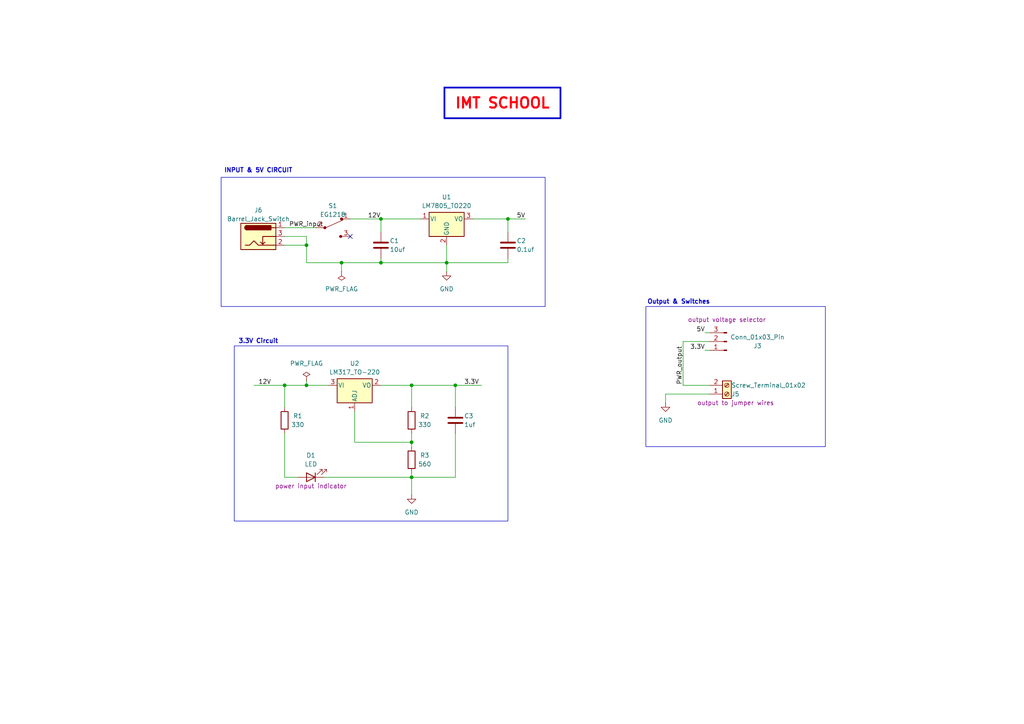
<source format=kicad_sch>
(kicad_sch (version 20231120) (generator "eeschema") (generator_version "8.0")
  (paper "A4")
  (title_block (title "Configurable Power Supply") (date "2024-12-12") (rev "2.0"))
  (lib_symbols
    (symbol "Connector:Barrel_Jack_Switch" (pin_names hide)
      (property "Reference" "J" (at 0 5.334 0))
      (property "Value" "Barrel_Jack_Switch" (at 0 -5.08 0))
      (symbol "Barrel_Jack_Switch_0_1"
        (rectangle (start -5.08 3.81) (end 5.08 -3.81) (stroke (width 0.254)) (fill (type background)))
        (arc (start -3.302 3.175) (mid -3.9343 2.54) (end -3.302 1.905) (stroke (width 0.254)))
        (arc (start -3.302 3.175) (mid -3.9343 2.54) (end -3.302 1.905) (stroke (width 0.254)) (fill (type outline)))
        (polyline (pts (xy 1.27 -2.286) (xy 1.905 -1.651)) (stroke (width 0.254)))
        (polyline (pts (xy 5.08 2.54) (xy 3.81 2.54)) (stroke (width 0.254)))
        (polyline (pts (xy 5.08 0) (xy 1.27 0) (xy 1.27 -2.286) (xy 0.635 -1.651)) (stroke (width 0.254)))
        (polyline (pts (xy -3.81 -2.54) (xy -2.54 -2.54) (xy -1.27 -1.27) (xy 0 -2.54) (xy 2.54 -2.54) (xy 5.08 -2.54)) (stroke (width 0.254)))
        (rectangle (start 3.683 3.175) (end -3.302 1.905) (stroke (width 0.254)) (fill (type outline)))
      )
      (symbol "Barrel_Jack_Switch_1_1"
        (pin passive line (at 7.62 2.54 180) (length 2.54) (name "~") (number "1"))
        (pin passive line (at 7.62 -2.54 180) (length 2.54) (name "~") (number "2"))
        (pin passive line (at 7.62 0 180) (length 2.54) (name "~") (number "3"))
      )
    )
    (symbol "Connector:Conn_01x03_Pin" (pin_names (offset 1.016) hide)
      (property "Reference" "J" (at 0 5.08 0))
      (property "Value" "Conn_01x03_Pin" (at 0 -5.08 0))
      (symbol "Conn_01x03_Pin_1_1"
        (polyline (pts (xy 1.27 -2.54) (xy 0.8636 -2.54)) (stroke (width 0.1524)))
        (polyline (pts (xy 1.27 0) (xy 0.8636 0)) (stroke (width 0.1524)))
        (polyline (pts (xy 1.27 2.54) (xy 0.8636 2.54)) (stroke (width 0.1524)))
        (rectangle (start 0.8636 -2.413) (end 0 -2.667) (stroke (width 0.1524)) (fill (type outline)))
        (rectangle (start 0.8636 0.127) (end 0 -0.127) (stroke (width 0.1524)) (fill (type outline)))
        (rectangle (start 0.8636 2.667) (end 0 2.413) (stroke (width 0.1524)) (fill (type outline)))
        (pin passive line (at 5.08 2.54 180) (length 3.81) (name "Pin_1") (number "1"))
        (pin passive line (at 5.08 0 180) (length 3.81) (name "Pin_2") (number "2"))
        (pin passive line (at 5.08 -2.54 180) (length 3.81) (name "Pin_3") (number "3"))
      )
    )
    (symbol "Connector:Screw_Terminal_01x02" (pin_names (offset 1.016) hide)
      (property "Reference" "J" (at 0 2.54 0))
      (property "Value" "Screw_Terminal_01x02" (at 0 -5.08 0))
      (symbol "Screw_Terminal_01x02_1_1"
        (rectangle (start -1.27 1.27) (end 1.27 -3.81) (stroke (width 0.254)) (fill (type background)))
        (circle (center 0 -2.54) (radius 0.635) (stroke (width 0.1524)))
        (polyline (pts (xy -0.5334 -2.2098) (xy 0.3302 -3.048)) (stroke (width 0.1524)))
        (polyline (pts (xy -0.5334 0.3302) (xy 0.3302 -0.508)) (stroke (width 0.1524)))
        (polyline (pts (xy -0.3556 -2.032) (xy 0.508 -2.8702)) (stroke (width 0.1524)))
        (polyline (pts (xy -0.3556 0.508) (xy 0.508 -0.3302)) (stroke (width 0.1524)))
        (circle (center 0 0) (radius 0.635) (stroke (width 0.1524)))
        (pin passive line (at -5.08 0 0) (length 3.81) (name "Pin_1") (number "1"))
        (pin passive line (at -5.08 -2.54 0) (length 3.81) (name "Pin_2") (number "2"))
      )
    )
    (symbol "Device:C" (pin_numbers hide) (pin_names (offset 0.254))
      (property "Reference" "C" (at 0.635 2.54 0))
      (property "Value" "C" (at 0.635 -2.54 0))
      (symbol "C_0_1"
        (polyline (pts (xy -2.032 -0.762) (xy 2.032 -0.762)) (stroke (width 0.508)))
        (polyline (pts (xy -2.032 0.762) (xy 2.032 0.762)) (stroke (width 0.508)))
      )
      (symbol "C_1_1"
        (pin passive line (at 0 3.81 270) (length 2.794) (name "~") (number "1"))
        (pin passive line (at 0 -3.81 90) (length 2.794) (name "~") (number "2"))
      )
    )
    (symbol "Device:LED" (pin_numbers hide) (pin_names (offset 1.016) hide)
      (property "Reference" "D" (at 0 2.54 0))
      (property "Value" "LED" (at 0 -2.54 0))
      (symbol "LED_0_1"
        (polyline (pts (xy -1.27 -1.27) (xy -1.27 1.27)) (stroke (width 0.254)))
        (polyline (pts (xy -1.27 0) (xy 1.27 0)))
        (polyline (pts (xy 1.27 -1.27) (xy 1.27 1.27) (xy -1.27 0) (xy 1.27 -1.27)) (stroke (width 0.254)))
        (polyline (pts (xy -3.048 -0.762) (xy -4.572 -2.286) (xy -3.81 -2.286) (xy -4.572 -2.286) (xy -4.572 -1.524)))
        (polyline (pts (xy -1.778 -0.762) (xy -3.302 -2.286) (xy -2.54 -2.286) (xy -3.302 -2.286) (xy -3.302 -1.524)))
      )
      (symbol "LED_1_1"
        (pin passive line (at -3.81 0 0) (length 2.54) (name "K") (number "1"))
        (pin passive line (at 3.81 0 180) (length 2.54) (name "A") (number "2"))
      )
    )
    (symbol "Device:R" (pin_numbers hide) (pin_names (offset 0))
      (property "Reference" "R" (at 2.032 0 90))
      (property "Value" "R" (at 0 0 90))
      (symbol "R_0_1"
        (rectangle (start -1.016 -2.54) (end 1.016 2.54) (stroke (width 0.254)))
      )
      (symbol "R_1_1"
        (pin passive line (at 0 3.81 270) (length 1.27) (name "~") (number "1"))
        (pin passive line (at 0 -3.81 90) (length 1.27) (name "~") (number "2"))
      )
    )
    (symbol "Regulator_Linear:LM317_TO-220" (pin_names (offset 0.254))
      (property "Reference" "U" (at -3.81 3.175 0))
      (property "Value" "LM317_TO-220" (at 0 3.175 0))
      (symbol "LM317_TO-220_0_1"
        (rectangle (start -5.08 1.905) (end 5.08 -5.08) (stroke (width 0.254)) (fill (type background)))
      )
      (symbol "LM317_TO-220_1_1"
        (pin input line (at 0 -7.62 90) (length 2.54) (name "ADJ") (number "1"))
        (pin power_out line (at 7.62 0 180) (length 2.54) (name "VO") (number "2"))
        (pin power_in line (at -7.62 0 0) (length 2.54) (name "VI") (number "3"))
      )
    )
    (symbol "Regulator_Linear:LM7805_TO220" (pin_names (offset 0.254))
      (property "Reference" "U" (at -3.81 3.175 0))
      (property "Value" "LM7805_TO220" (at 0 3.175 0))
      (symbol "LM7805_TO220_0_1"
        (rectangle (start -5.08 1.905) (end 5.08 -5.08) (stroke (width 0.254)) (fill (type background)))
      )
      (symbol "LM7805_TO220_1_1"
        (pin power_in line (at -7.62 0 0) (length 2.54) (name "VI") (number "1"))
        (pin power_in line (at 0 -7.62 90) (length 2.54) (name "GND") (number "2"))
        (pin power_out line (at 7.62 0 180) (length 2.54) (name "VO") (number "3"))
      )
    )
    (symbol "dk_Slide-Switches:EG1218" (pin_names (offset 0))
      (property "Reference" "S" (at -3.81 2.286 0))
      (property "Value" "EG1218" (at 0 -5.334 0))
      (symbol "EG1218_0_1"
        (circle (center -2.286 0) (radius 0.3556) (fill (type outline)))
        (polyline (pts (xy -2.032 0) (xy 3.048 2.286)))
        (circle (center 2.286 -2.54) (radius 0.3556) (fill (type outline)))
        (circle (center 2.54 2.54) (radius 0.3556) (fill (type outline)))
      )
      (symbol "EG1218_1_1"
        (pin passive line (at 5.08 2.54 180) (length 2.54) (name "~") (number "1"))
        (pin passive line (at -5.08 0 0) (length 2.54) (name "~") (number "2"))
        (pin passive line (at 5.08 -2.54 180) (length 2.54) (name "~") (number "3"))
      )
    )
    (symbol "power:GND" (power) (pin_numbers hide) (pin_names (offset 0) hide)
      (property "Value" "GND" (at 0 -3.81 0))
      (symbol "GND_0_1"
        (polyline (pts (xy 0 0) (xy 0 -1.27) (xy 1.27 -1.27) (xy 0 -2.54) (xy -1.27 -1.27) (xy 0 -1.27)))
      )
      (symbol "GND_1_1"
        (pin power_in line (at 0 0 270) (length 0) (name "~") (number "1"))
      )
    )
    (symbol "power:PWR_FLAG" (power) (pin_numbers hide) (pin_names (offset 0) hide)
      (property "Value" "PWR_FLAG" (at 0 3.81 0))
      (symbol "PWR_FLAG_0_0"
        (pin power_out line (at 0 0 90) (length 0) (name "~") (number "1"))
      )
      (symbol "PWR_FLAG_0_1"
        (polyline (pts (xy 0 0) (xy 0 1.27) (xy -1.016 1.905) (xy 0 2.54) (xy 1.016 1.905) (xy 0 1.27)))
      )
    )
  )
  (junction (at 129.54 76.2))
  (junction (at 110.49 63.5))
  (junction (at 82.55 111.76))
  (junction (at 119.38 138.43))
  (junction (at 147.32 63.5))
  (junction (at 88.9 71.12))
  (junction (at 132.08 111.76))
  (junction (at 110.49 76.2))
  (junction (at 119.38 111.76))
  (junction (at 88.9 111.76))
  (junction (at 99.06 76.2))
  (junction (at 119.38 128.27))
  (no_connect (at 101.6 68.58))
  (wire (pts (xy 132.08 111.76) (xy 132.08 118.11)))
  (wire (pts (xy 198.12 99.06) (xy 198.12 111.76)))
  (wire (pts (xy 119.38 128.27) (xy 119.38 125.73)))
  (wire (pts (xy 119.38 138.43) (xy 132.08 138.43)))
  (wire (pts (xy 88.9 76.2) (xy 99.06 76.2)))
  (wire (pts (xy 99.06 76.2) (xy 99.06 78.74)))
  (wire (pts (xy 110.49 63.5) (xy 110.49 67.31)))
  (wire (pts (xy 137.16 63.5) (xy 147.32 63.5)))
  (wire (pts (xy 82.55 125.73) (xy 82.55 138.43)))
  (wire (pts (xy 101.6 63.5) (xy 110.49 63.5)))
  (wire (pts (xy 119.38 111.76) (xy 132.08 111.76)))
  (wire (pts (xy 132.08 125.73) (xy 132.08 138.43)))
  (wire (pts (xy 204.47 96.52) (xy 205.74 96.52)))
  (wire (pts (xy 93.98 138.43) (xy 119.38 138.43)))
  (wire (pts (xy 119.38 138.43) (xy 119.38 143.51)))
  (wire (pts (xy 193.04 114.3) (xy 205.74 114.3)))
  (wire (pts (xy 132.08 111.76) (xy 139.7 111.76)))
  (wire (pts (xy 88.9 68.58) (xy 88.9 71.12)))
  (wire (pts (xy 82.55 111.76) (xy 88.9 111.76)))
  (wire (pts (xy 119.38 128.27) (xy 119.38 129.54)))
  (wire (pts (xy 129.54 76.2) (xy 129.54 78.74)))
  (wire (pts (xy 119.38 137.16) (xy 119.38 138.43)))
  (wire (pts (xy 110.49 76.2) (xy 129.54 76.2)))
  (wire (pts (xy 147.32 74.93) (xy 147.32 76.2)))
  (wire (pts (xy 82.55 66.04) (xy 91.44 66.04)))
  (wire (pts (xy 82.55 71.12) (xy 88.9 71.12)))
  (wire (pts (xy 82.55 68.58) (xy 88.9 68.58)))
  (wire (pts (xy 102.87 119.38) (xy 102.87 128.27)))
  (wire (pts (xy 119.38 111.76) (xy 119.38 118.11)))
  (wire (pts (xy 73.66 111.76) (xy 82.55 111.76)))
  (wire (pts (xy 129.54 76.2) (xy 147.32 76.2)))
  (wire (pts (xy 110.49 63.5) (xy 121.92 63.5)))
  (wire (pts (xy 147.32 63.5) (xy 147.32 67.31)))
  (wire (pts (xy 129.54 71.12) (xy 129.54 76.2)))
  (wire (pts (xy 88.9 110.49) (xy 88.9 111.76)))
  (wire (pts (xy 82.55 111.76) (xy 82.55 118.11)))
  (wire (pts (xy 193.04 114.3) (xy 193.04 116.84)))
  (wire (pts (xy 82.55 138.43) (xy 86.36 138.43)))
  (wire (pts (xy 88.9 111.76) (xy 95.25 111.76)))
  (wire (pts (xy 198.12 99.06) (xy 205.74 99.06)))
  (wire (pts (xy 110.49 111.76) (xy 119.38 111.76)))
  (wire (pts (xy 198.12 111.76) (xy 205.74 111.76)))
  (wire (pts (xy 102.87 128.27) (xy 119.38 128.27)))
  (wire (pts (xy 204.47 101.6) (xy 205.74 101.6)))
  (wire (pts (xy 99.06 76.2) (xy 110.49 76.2)))
  (wire (pts (xy 88.9 71.12) (xy 88.9 76.2)))
  (wire (pts (xy 147.32 63.5) (xy 152.4 63.5)))
  (wire (pts (xy 110.49 74.93) (xy 110.49 76.2)))
  (rectangle (start 187.325 88.9) (end 239.395 129.54))
  (rectangle (start 67.945 100.33) (end 147.32 151.13))
  (rectangle (start 64.135 51.435) (end 158.115 88.9))
  (text_box "IMT SCHOOL" (at 128.905 25.4 0) (size 33.655 8.89) (stroke (width 0.5)) (effects (font (size 3 3) (thickness 0.6) (bold yes))))
  (text "INPUT & 5V CIRCUIT\n" (at 74.93 49.53 0) (effects (font (size 1.27 1.27) (thickness 0.254) (bold yes))))
  (text "3.3V Circuit" (at 74.93 99.06 0) (effects (font (size 1.27 1.27) (thickness 0.254) (bold yes))))
  (text "Output & Switches" (at 196.85 87.63 0) (effects (font (size 1.27 1.27) (thickness 0.254) (bold yes))))
  (label "5V" (at 149.86 63.5 0))
  (label "3.3V" (at 204.47 101.6 180))
  (label "3.3V" (at 134.62 111.76 0))
  (label "PWR_output" (at 198.12 100.33 270))
  (label "12V" (at 74.93 111.76 0))
  (label "5V" (at 204.47 96.52 180))
  (label "12V" (at 106.68 63.5 0))
  (label "PWR_input" (at 83.82 66.04 0))
  (symbol (lib_id "power:GND") (at 193.04 116.84 0) (unit 1)
    (property "Reference" "#PWR03" (effects (hide yes)))
    (property "Value" "GND" (at 193.04 121.92 0))
    (property "Description" "Power symbol creates a global label with name \"GND\" , ground" (effects (hide yes)))
  )
  (symbol (lib_id "Device:LED") (at 90.17 138.43 180) (unit 1)
    (property "Reference" "D1" (at 90.17 132.08 0))
    (property "Value" "LED" (at 90.17 134.62 0))
    (property "Footprint" "LED_THT:LED_D5.0mm" (effects (hide yes)))
    (property "Description" "Light emitting diode" (effects (hide yes)))
    (property "purpose" "power input indicator" (at 90.17 140.97 0))
  )
  (symbol (lib_id "Device:R") (at 119.38 121.92 0) (unit 1)
    (property "Reference" "R2" (at 123.19 120.65 0))
    (property "Value" "330" (at 123.19 123.19 0))
    (property "Footprint" "Resistor_THT:R_Axial_DIN0204_L3.6mm_D1.6mm_P7.62mm_Horizontal" (effects (hide yes)))
    (property "Description" "Resistor" (effects (hide yes)))
  )
  (symbol (lib_id "power:PWR_FLAG") (at 99.06 78.74 180) (unit 1)
    (property "Reference" "#FLG01" (effects (hide yes)))
    (property "Value" "PWR_FLAG" (at 99.06 83.82 0))
    (property "Description" "Special symbol for telling ERC where power comes from" (effects (hide yes)))
  )
  (symbol (lib_id "Regulator_Linear:LM317_TO-220") (at 102.87 111.76 0) (unit 1)
    (property "Reference" "U2" (at 102.87 105.41 0))
    (property "Value" "LM317_TO-220" (at 102.87 107.95 0))
    (property "Footprint" "Package_TO_SOT_THT:TO-220-3_Vertical" (effects (hide yes)))
    (property "Datasheet" "http://www.ti.com/lit/ds/symlink/lm317.pdf" (effects (hide yes)))
    (property "Description" "1.5A 35V Adjustable Linear Regulator, TO-220" (effects (hide yes)))
  )
  (symbol (lib_id "power:GND") (at 119.38 143.51 0) (unit 1)
    (property "Reference" "#PWR02" (effects (hide yes)))
    (property "Value" "GND" (at 119.38 148.59 0))
    (property "Description" "Power symbol creates a global label with name \"GND\" , ground" (effects (hide yes)))
  )
  (symbol (lib_id "dk_Slide-Switches:EG1218") (at 96.52 66.04 0) (unit 1)
    (property "Reference" "S1" (at 96.52 59.69 0))
    (property "Value" "EG1218" (at 96.52 62.23 0))
    (property "Footprint" "digikey-footprints:Switch_Slide_11.6x4mm_EG1218" (effects (hide yes)))
    (property "Datasheet" "http://spec_sheets.e-switch.com/specs/P040040.pdf" (effects (hide yes)))
    (property "Description" "SWITCH SLIDE SPDT 200MA 30V" (effects (hide yes)))
    (property "Digi-Key_PN" "EG1903-ND" (effects (hide yes)))
    (property "MPN" "EG1218" (effects (hide yes)))
    (property "Category" "Switches" (effects (hide yes)))
    (property "Family" "Slide Switches" (effects (hide yes)))
    (property "DK_Datasheet_Link" "http://spec_sheets.e-switch.com/specs/P040040.pdf" (effects (hide yes)))
    (property "DK_Detail_Page" "/product-detail/en/e-switch/EG1218/EG1903-ND/101726" (effects (hide yes)))
    (property "Description_1" "SWITCH SLIDE SPDT 200MA 30V" (effects (hide yes)))
    (property "Manufacturer" "E-Switch" (effects (hide yes)))
    (property "Status" "Active" (effects (hide yes)))
  )
  (symbol (lib_id "power:GND") (at 129.54 78.74 0) (unit 1)
    (property "Reference" "#PWR01" (effects (hide yes)))
    (property "Value" "GND" (at 129.54 83.82 0))
    (property "Description" "Power symbol creates a global label with name \"GND\" , ground" (effects (hide yes)))
  )
  (symbol (lib_id "Regulator_Linear:LM7805_TO220") (at 129.54 63.5 0) (unit 1)
    (property "Reference" "U1" (at 129.54 57.15 0))
    (property "Value" "LM7805_TO220" (at 129.54 59.69 0))
    (property "Footprint" "Package_TO_SOT_THT:TO-220-3_Vertical" (effects (hide yes)))
    (property "Datasheet" "https://www.onsemi.cn/PowerSolutions/document/MC7800-D.PDF" (effects (hide yes)))
    (property "Description" "Positive 1A 35V Linear Regulator, Fixed Output 5V, TO-220" (effects (hide yes)))
  )
  (symbol (lib_id "Device:R") (at 119.38 133.35 0) (unit 1)
    (property "Reference" "R3" (at 123.19 132.08 0))
    (property "Value" "560" (at 123.19 134.62 0))
    (property "Footprint" "Resistor_THT:R_Axial_DIN0204_L3.6mm_D1.6mm_P7.62mm_Horizontal" (effects (hide yes)))
    (property "Description" "Resistor" (effects (hide yes)))
  )
  (symbol (lib_id "Connector:Screw_Terminal_01x02") (at 210.82 114.3 0) (mirror x) (unit 1)
    (property "Reference" "J5" (at 212.09 114.3 0) (effects (justify left)))
    (property "Value" "Screw_Terminal_01x02" (at 212.09 111.76 0) (effects (justify left)))
    (property "Footprint" "TerminalBlock_Phoenix:TerminalBlock_Phoenix_MKDS-1,5-2_1x02_P5.00mm_Horizontal" (effects (hide yes)))
    (property "Description" "Generic screw terminal, single row, 01x02, script generated (kicad-library-utils/schlib/autogen/connector/)" (effects (hide yes)))
    (property "purpose" "output to jumper wires" (at 213.36 116.84 0))
  )
  (symbol (lib_id "Device:C") (at 132.08 121.92 0) (unit 1)
    (property "Reference" "C3" (at 134.62 120.65 0) (effects (justify left)))
    (property "Value" "1uf" (at 134.62 123.19 0) (effects (justify left)))
    (property "Footprint" "Capacitor_THT:C_Disc_D3.0mm_W1.6mm_P2.50mm" (effects (hide yes)))
    (property "Description" "Unpolarized capacitor" (effects (hide yes)))
  )
  (symbol (lib_id "Device:R") (at 82.55 121.92 0) (unit 1)
    (property "Reference" "R1" (at 86.36 120.65 0))
    (property "Value" "330" (at 86.36 123.19 0))
    (property "Footprint" "Resistor_THT:R_Axial_DIN0204_L3.6mm_D1.6mm_P7.62mm_Horizontal" (effects (hide yes)))
    (property "Description" "Resistor" (effects (hide yes)))
  )
  (symbol (lib_id "power:PWR_FLAG") (at 88.9 110.49 0) (unit 1)
    (property "Reference" "#FLG03" (effects (hide yes)))
    (property "Value" "PWR_FLAG" (at 88.9 105.41 0))
    (property "Description" "Special symbol for telling ERC where power comes from" (effects (hide yes)))
  )
  (symbol (lib_id "Connector:Barrel_Jack_Switch") (at 74.93 68.58 0) (unit 1)
    (property "Reference" "J6" (at 74.93 60.96 0))
    (property "Value" "Barrel_Jack_Switch" (at 74.93 63.5 0))
    (property "Footprint" "Connector_BarrelJack:BarrelJack_Horizontal" (effects (hide yes)))
    (property "Description" "DC Barrel Jack with an internal switch" (effects (hide yes)))
  )
  (symbol (lib_id "Device:C") (at 110.49 71.12 0) (unit 1)
    (property "Reference" "C1" (at 113.03 69.85 0) (effects (justify left)))
    (property "Value" "10uf" (at 113.03 72.39 0) (effects (justify left)))
    (property "Footprint" "Capacitor_THT:C_Disc_D3.0mm_W1.6mm_P2.50mm" (effects (hide yes)))
    (property "Description" "Unpolarized capacitor" (effects (hide yes)))
  )
  (symbol (lib_id "Connector:Conn_01x03_Pin") (at 210.82 99.06 180) (unit 1)
    (property "Reference" "J3" (at 219.71 100.33 0))
    (property "Value" "Conn_01x03_Pin" (at 219.71 97.79 0))
    (property "Footprint" "Connector_PinHeader_2.54mm:PinHeader_1x03_P2.54mm_Vertical" (effects (hide yes)))
    (property "Description" "Generic connector, single row, 01x03, script generated" (effects (hide yes)))
    (property "purpose" "output voltage selector" (at 210.82 92.71 0))
  )
  (symbol (lib_id "Device:C") (at 147.32 71.12 0) (unit 1)
    (property "Reference" "C2" (at 149.86 69.85 0) (effects (justify left)))
    (property "Value" "0.1uf" (at 149.86 72.39 0) (effects (justify left)))
    (property "Footprint" "Capacitor_THT:C_Disc_D3.0mm_W1.6mm_P2.50mm" (effects (hide yes)))
    (property "Description" "Unpolarized capacitor" (effects (hide yes)))
  )
)
</source>
